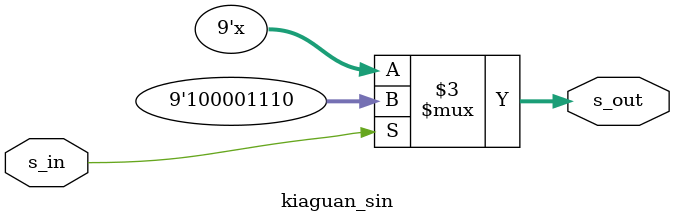
<source format=v>
module kiaguan_sin(s_in,s_out);
input s_in;
output [8:0]s_out;
reg[8:0]s_out;
always@(s_in)
begin
  if(s_in)
    begin
      s_out[8:0]<=9'b100001110;
    end
  else
    begin
      s_out[8:0]<=9'bz;
    end 
end
endmodule
  
</source>
